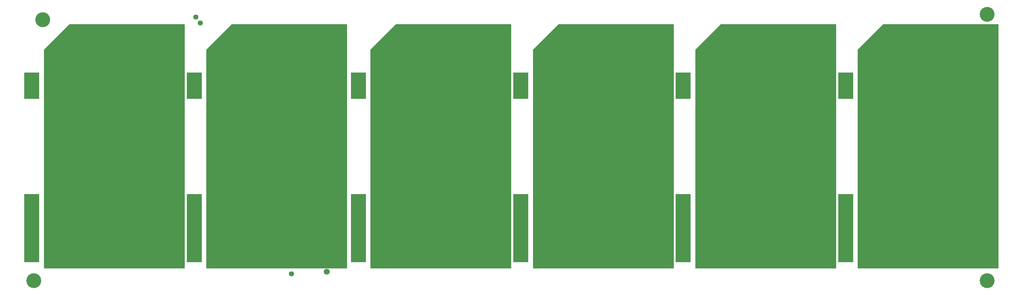
<source format=gts>
G04 Layer_Color=8388736*
%FSLAX42Y42*%
%MOMM*%
G71*
G01*
G75*
%ADD23R,4.20X19.36*%
%ADD24R,4.20X7.46*%
%ADD25C,1.73*%
%ADD26C,1.47*%
%ADD27C,4.20*%
%ADD28C,1.70*%
G36*
X13865Y7617D02*
X13866Y7616D01*
X13868Y7616D01*
X13869Y7615D01*
X13870Y7615D01*
X13871Y7614D01*
X13872Y7613D01*
X13873Y7612D01*
X13873Y7611D01*
X13874Y7609D01*
X13874Y7608D01*
X13874Y7607D01*
D01*
Y7607D01*
Y704D01*
X13874Y703D01*
X13874Y702D01*
X13873Y700D01*
X13873Y699D01*
X13872Y698D01*
X13871Y697D01*
X13870Y696D01*
X13869Y696D01*
X13868Y695D01*
X13866Y695D01*
X13865Y694D01*
X13864Y694D01*
X9896D01*
X9894Y694D01*
X9893Y695D01*
X9892Y695D01*
X9891Y696D01*
X9889Y696D01*
X9888Y697D01*
X9888Y698D01*
X9887Y699D01*
X9886Y700D01*
X9886Y702D01*
X9886Y703D01*
X9885Y704D01*
Y6890D01*
X9885Y6890D01*
X9885Y6892D01*
X9884Y6893D01*
X9884Y6894D01*
X9884Y6896D01*
X9884Y6897D01*
X9884Y6898D01*
X9885Y6899D01*
X9885Y6901D01*
X9886Y6902D01*
X9887Y6903D01*
X10598Y7614D01*
X10599Y7615D01*
X10600Y7615D01*
X10601Y7616D01*
X10603Y7616D01*
X10604Y7617D01*
X10605Y7617D01*
X10606D01*
X13864Y7617D01*
X13864D01*
D01*
X13865Y7617D01*
D02*
G37*
G36*
X9215D02*
X9216Y7616D01*
X9218Y7616D01*
X9219Y7615D01*
X9220Y7615D01*
X9221Y7614D01*
X9222Y7613D01*
X9223Y7612D01*
X9223Y7611D01*
X9224Y7609D01*
X9224Y7608D01*
X9224Y7607D01*
D01*
Y7607D01*
Y704D01*
X9224Y703D01*
X9224Y702D01*
X9223Y700D01*
X9223Y699D01*
X9222Y698D01*
X9221Y697D01*
X9220Y696D01*
X9219Y696D01*
X9218Y695D01*
X9216Y695D01*
X9215Y694D01*
X9214Y694D01*
X5246D01*
X5244Y694D01*
X5243Y695D01*
X5242Y695D01*
X5241Y696D01*
X5239Y696D01*
X5238Y697D01*
X5238Y698D01*
X5237Y699D01*
X5236Y700D01*
X5236Y702D01*
X5236Y703D01*
X5235Y704D01*
Y6890D01*
X5235Y6890D01*
X5235Y6892D01*
X5234Y6893D01*
X5234Y6894D01*
X5234Y6896D01*
X5234Y6897D01*
X5234Y6898D01*
X5235Y6899D01*
X5235Y6901D01*
X5236Y6902D01*
X5237Y6903D01*
X5948Y7614D01*
X5949Y7615D01*
X5950Y7615D01*
X5951Y7616D01*
X5953Y7616D01*
X5954Y7617D01*
X5955Y7617D01*
X5956D01*
X9214Y7617D01*
D01*
X9214D01*
X9215Y7617D01*
D02*
G37*
G36*
X4615D02*
X4616Y7616D01*
X4618Y7616D01*
X4619Y7615D01*
X4620Y7615D01*
X4621Y7614D01*
X4622Y7613D01*
X4623Y7612D01*
X4623Y7611D01*
X4624Y7609D01*
X4624Y7608D01*
X4624Y7607D01*
D01*
Y7607D01*
Y704D01*
X4624Y703D01*
X4624Y702D01*
X4623Y700D01*
X4623Y699D01*
X4622Y698D01*
X4621Y697D01*
X4620Y696D01*
X4619Y696D01*
X4618Y695D01*
X4616Y695D01*
X4615Y694D01*
X4614Y694D01*
X646D01*
X644Y694D01*
X643Y695D01*
X642Y695D01*
X641Y696D01*
X639Y696D01*
X638Y697D01*
X638Y698D01*
X637Y699D01*
X636Y700D01*
X636Y702D01*
X636Y703D01*
X635Y704D01*
Y6890D01*
X635Y6890D01*
X635Y6892D01*
X634Y6893D01*
X634Y6894D01*
X634Y6896D01*
X634Y6897D01*
X634Y6898D01*
X635Y6899D01*
X635Y6901D01*
X636Y6902D01*
X637Y6903D01*
X1348Y7614D01*
X1349Y7615D01*
X1350Y7615D01*
X1351Y7616D01*
X1353Y7616D01*
X1354Y7617D01*
X1355Y7617D01*
X1356D01*
X4614Y7617D01*
D01*
X4614D01*
X4615Y7617D01*
D02*
G37*
G36*
X27665D02*
X27666Y7616D01*
X27668Y7616D01*
X27669Y7615D01*
X27670Y7615D01*
X27671Y7614D01*
X27672Y7613D01*
X27673Y7612D01*
X27673Y7611D01*
X27674Y7609D01*
X27674Y7608D01*
X27674Y7607D01*
D01*
Y7607D01*
Y704D01*
X27674Y703D01*
X27674Y702D01*
X27673Y700D01*
X27673Y699D01*
X27672Y698D01*
X27671Y697D01*
X27670Y696D01*
X27669Y696D01*
X27668Y695D01*
X27666Y695D01*
X27665Y694D01*
X27664Y694D01*
X23696D01*
X23694Y694D01*
X23693Y695D01*
X23692Y695D01*
X23691Y696D01*
X23689Y696D01*
X23688Y697D01*
X23688Y698D01*
X23687Y699D01*
X23686Y700D01*
X23686Y702D01*
X23686Y703D01*
X23685Y704D01*
Y6890D01*
X23685Y6890D01*
X23685Y6892D01*
X23684Y6893D01*
X23684Y6894D01*
X23684Y6896D01*
X23684Y6897D01*
X23684Y6898D01*
X23685Y6899D01*
X23685Y6901D01*
X23686Y6902D01*
X23687Y6903D01*
X24398Y7614D01*
X24399Y7615D01*
X24400Y7615D01*
X24401Y7616D01*
X24403Y7616D01*
X24404Y7617D01*
X24405Y7617D01*
X24406D01*
X27664Y7617D01*
D01*
X27664D01*
X27665Y7617D01*
D02*
G37*
G36*
X23065D02*
X23066Y7616D01*
X23068Y7616D01*
X23069Y7615D01*
X23070Y7615D01*
X23071Y7614D01*
X23072Y7613D01*
X23073Y7612D01*
X23073Y7611D01*
X23074Y7609D01*
X23074Y7608D01*
X23074Y7607D01*
D01*
Y7607D01*
Y704D01*
X23074Y703D01*
X23074Y702D01*
X23073Y700D01*
X23073Y699D01*
X23072Y698D01*
X23071Y697D01*
X23070Y696D01*
X23069Y696D01*
X23068Y695D01*
X23066Y695D01*
X23065Y694D01*
X23064Y694D01*
X19096D01*
X19094Y694D01*
X19093Y695D01*
X19092Y695D01*
X19091Y696D01*
X19089Y696D01*
X19088Y697D01*
X19088Y698D01*
X19087Y699D01*
X19086Y700D01*
X19086Y702D01*
X19086Y703D01*
X19085Y704D01*
Y6890D01*
X19085Y6890D01*
X19085Y6892D01*
X19084Y6893D01*
X19084Y6894D01*
X19084Y6896D01*
X19084Y6897D01*
X19084Y6898D01*
X19085Y6899D01*
X19085Y6901D01*
X19086Y6902D01*
X19087Y6903D01*
X19798Y7614D01*
X19799Y7615D01*
X19800Y7615D01*
X19801Y7616D01*
X19803Y7616D01*
X19804Y7617D01*
X19805Y7617D01*
X19806D01*
X23064Y7617D01*
X23064D01*
D01*
X23065Y7617D01*
D02*
G37*
G36*
X18465D02*
X18466Y7616D01*
X18468Y7616D01*
X18469Y7615D01*
X18470Y7615D01*
X18471Y7614D01*
X18472Y7613D01*
X18473Y7612D01*
X18473Y7611D01*
X18474Y7609D01*
X18474Y7608D01*
X18474Y7607D01*
D01*
Y7607D01*
Y704D01*
X18474Y703D01*
X18474Y702D01*
X18473Y700D01*
X18473Y699D01*
X18472Y698D01*
X18471Y697D01*
X18470Y696D01*
X18469Y696D01*
X18468Y695D01*
X18466Y695D01*
X18465Y694D01*
X18464Y694D01*
X14496D01*
X14494Y694D01*
X14493Y695D01*
X14492Y695D01*
X14491Y696D01*
X14489Y696D01*
X14488Y697D01*
X14488Y698D01*
X14487Y699D01*
X14486Y700D01*
X14486Y702D01*
X14486Y703D01*
X14485Y704D01*
Y6890D01*
X14485Y6890D01*
X14485Y6892D01*
X14484Y6893D01*
X14484Y6894D01*
X14484Y6896D01*
X14484Y6897D01*
X14484Y6898D01*
X14485Y6899D01*
X14485Y6901D01*
X14486Y6902D01*
X14487Y6903D01*
X15198Y7614D01*
X15199Y7615D01*
X15200Y7615D01*
X15201Y7616D01*
X15203Y7616D01*
X15204Y7617D01*
X15205Y7617D01*
X15206D01*
X18464Y7617D01*
X18464D01*
D01*
X18465Y7617D01*
D02*
G37*
D23*
X4893Y1836D02*
D03*
X23343D02*
D03*
X14143D02*
D03*
X9543D02*
D03*
X293D02*
D03*
X18743D02*
D03*
D24*
X4893Y5878D02*
D03*
X23343D02*
D03*
X14143D02*
D03*
X9543D02*
D03*
X293D02*
D03*
X18743D02*
D03*
D25*
X7289Y4197D02*
D03*
X11939D02*
D03*
X2689D02*
D03*
X16539D02*
D03*
X25739D02*
D03*
X21139D02*
D03*
D26*
X4940Y7823D02*
D03*
X7648Y544D02*
D03*
X6020Y6058D02*
D03*
X14859Y5877D02*
D03*
X25044Y6584D02*
D03*
X5065Y7650D02*
D03*
D27*
X27350Y350D02*
D03*
Y7900D02*
D03*
X350Y350D02*
D03*
X600Y7750D02*
D03*
D28*
X8649Y597D02*
D03*
M02*

</source>
